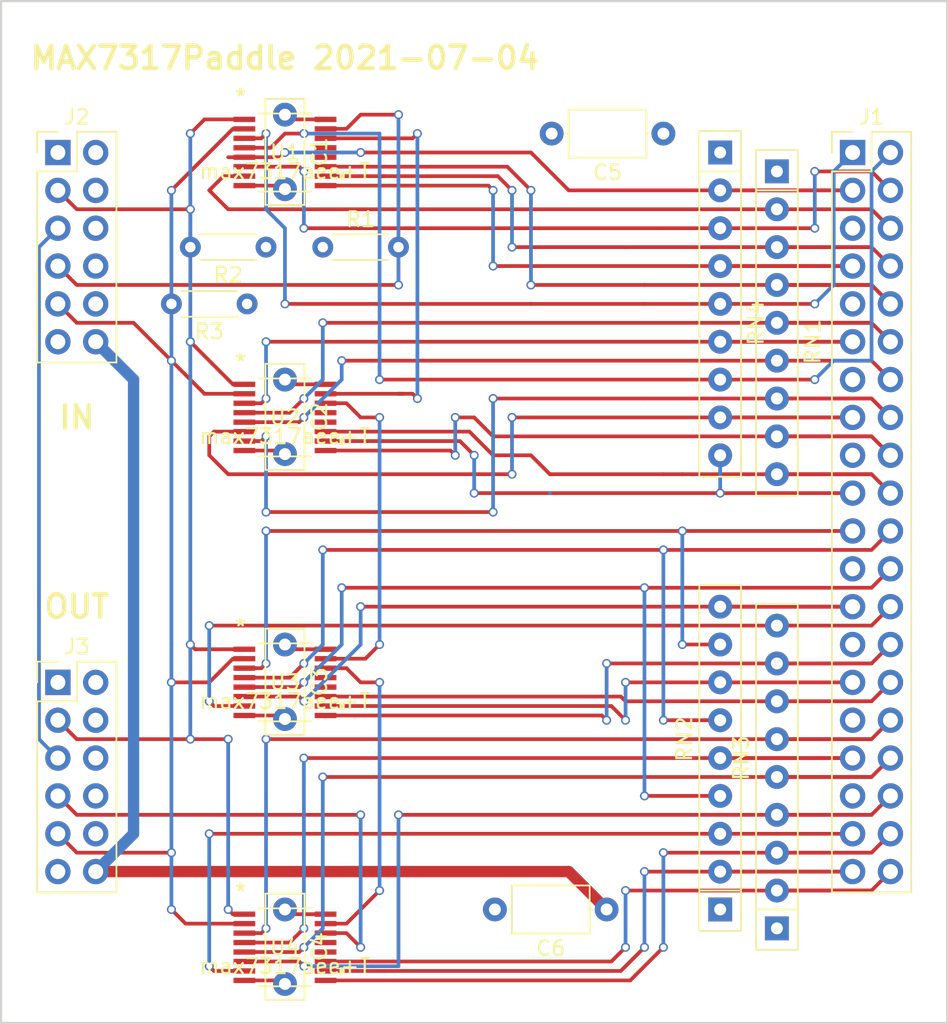
<source format=kicad_pcb>
(kicad_pcb (version 4) (host pcbnew 4.0.6)
  (layers (0 F.Cu signal) (1 In1.Cu power hide) (2 In2.Cu power hide) (31 B.Cu signal) (34 B.Paste user) (35 F.Paste user) (36 B.SilkS user) (37 F.SilkS user) (38 B.Mask user) (39 F.Mask user) (44 Edge.Cuts user))
  (net 0 "")
  (net 1 +3V3)
  (net 2 GND)
  (net 3 +5V)
  (net 4 "Net-(J1-Pad1)")
  (net 5 "Net-(J1-Pad2)")
  (net 6 "Net-(J1-Pad3)")
  (net 7 "Net-(J1-Pad4)")
  (net 8 "Net-(J1-Pad6)")
  (net 9 "Net-(J1-Pad7)")
  (net 10 "Net-(J1-Pad8)")
  (net 11 "Net-(J1-Pad10)")
  (net 12 "Net-(J1-Pad11)")
  (net 13 "Net-(J1-Pad12)")
  (net 14 "Net-(J1-Pad14)")
  (net 15 "Net-(J1-Pad15)")
  (net 16 "Net-(J1-Pad16)")
  (net 17 "Net-(J1-Pad18)")
  (net 18 "Net-(J1-Pad19)")
  (net 19 "Net-(J1-Pad20)")
  (net 20 "Net-(J1-Pad21)")
  (net 21 "Net-(J1-Pad22)")
  (net 22 "Net-(J1-Pad24)")
  (net 23 "Net-(J1-Pad25)")
  (net 24 "Net-(J1-Pad26)")
  (net 25 "Net-(J1-Pad28)")
  (net 26 "Net-(J1-Pad29)")
  (net 27 "Net-(J1-Pad30)")
  (net 28 "Net-(J1-Pad32)")
  (net 29 "Net-(J1-Pad33)")
  (net 30 "Net-(J1-Pad34)")
  (net 31 "Net-(J1-Pad36)")
  (net 32 "Net-(J1-Pad37)")
  (net 33 "Net-(J1-Pad38)")
  (net 34 "Net-(J1-Pad39)")
  (net 35 "Net-(J1-Pad40)")
  (net 36 "Net-(J2-Pad3)")
  (net 37 "Net-(J2-Pad5)")
  (net 38 "Net-(J2-Pad7)")
  (net 39 "Net-(J2-Pad9)")
  (net 40 "Net-(J2-Pad11)")
  (net 41 "Net-(J3-Pad7)")
  (net 42 "Net-(J3-Pad11)")
  (net 43 "Net-(U1-Pad12)")
  (net 44 "Net-(U1-Pad13)")
  (net 45 "Net-(U1-Pad14)")
  (net 46 "Net-(U2-Pad12)")
  (net 47 "Net-(U2-Pad13)")
  (net 48 "Net-(U2-Pad14)")
  (net 49 "Net-(U3-Pad12)")
  (net 50 "Net-(U3-Pad13)")
  (net 51 "Net-(U3-Pad14)")
  (net 52 "Net-(U4-Pad12)")
  (net 53 "Net-(U4-Pad13)")
  (module Capacitors_THT:C_Axial_L5.1mm_D3.1mm_P7.50mm_Horizontal (layer F.Cu) (at 240.03 39.37 180)
    (fp_text reference C5 (at 3.75 -2.61 180) (layer F.SilkS))
    (fp_text value C)
    (pad 1 thru_hole circle (at 0 0 180) (size 1.6 1.6) (drill 0.8) (layers *.Cu *.Mask) (net 3 +5V))
    (pad 2 thru_hole oval (at 7.5 0 180) (size 1.6 1.6) (drill 0.8) (layers *.Cu *.Mask) (net 2 GND))
  )
  (module Pin_Headers:Pin_Header_Straight_2x20_Pitch2.54mm (layer F.Cu) (at 252.73 40.64)
    (fp_text reference J1 (at 1.27 -2.39) (layer F.SilkS))
    (fp_text value CONN_02X20)
    (pad 1 thru_hole rect (at 0 0) (size 1.7 1.7) (drill 1) (layers *.Cu *.Mask) (net 4 "Net-(J1-Pad1)"))
    (pad 2 thru_hole oval (at 2.54 0) (size 1.7 1.7) (drill 1) (layers *.Cu *.Mask) (net 5 "Net-(J1-Pad2)"))
    (pad 3 thru_hole oval (at 0 2.54) (size 1.7 1.7) (drill 1) (layers *.Cu *.Mask) (net 6 "Net-(J1-Pad3)"))
    (pad 4 thru_hole oval (at 2.54 2.54) (size 1.7 1.7) (drill 1) (layers *.Cu *.Mask) (net 7 "Net-(J1-Pad4)"))
    (pad 5 thru_hole oval (at 0 5.08) (size 1.7 1.7) (drill 1) (layers *.Cu *.Mask) (net 2 GND))
    (pad 6 thru_hole oval (at 2.54 5.08) (size 1.7 1.7) (drill 1) (layers *.Cu *.Mask) (net 8 "Net-(J1-Pad6)"))
    (pad 7 thru_hole oval (at 0 7.62) (size 1.7 1.7) (drill 1) (layers *.Cu *.Mask) (net 9 "Net-(J1-Pad7)"))
    (pad 8 thru_hole oval (at 2.54 7.62) (size 1.7 1.7) (drill 1) (layers *.Cu *.Mask) (net 10 "Net-(J1-Pad8)"))
    (pad 9 thru_hole oval (at 0 10.16) (size 1.7 1.7) (drill 1) (layers *.Cu *.Mask) (net 2 GND))
    (pad 10 thru_hole oval (at 2.54 10.16) (size 1.7 1.7) (drill 1) (layers *.Cu *.Mask) (net 11 "Net-(J1-Pad10)"))
    (pad 11 thru_hole oval (at 0 12.7) (size 1.7 1.7) (drill 1) (layers *.Cu *.Mask) (net 12 "Net-(J1-Pad11)"))
    (pad 12 thru_hole oval (at 2.54 12.7) (size 1.7 1.7) (drill 1) (layers *.Cu *.Mask) (net 13 "Net-(J1-Pad12)"))
    (pad 13 thru_hole oval (at 0 15.24) (size 1.7 1.7) (drill 1) (layers *.Cu *.Mask) (net 2 GND))
    (pad 14 thru_hole oval (at 2.54 15.24) (size 1.7 1.7) (drill 1) (layers *.Cu *.Mask) (net 14 "Net-(J1-Pad14)"))
    (pad 15 thru_hole oval (at 0 17.78) (size 1.7 1.7) (drill 1) (layers *.Cu *.Mask) (net 15 "Net-(J1-Pad15)"))
    (pad 16 thru_hole oval (at 2.54 17.78) (size 1.7 1.7) (drill 1) (layers *.Cu *.Mask) (net 16 "Net-(J1-Pad16)"))
    (pad 17 thru_hole oval (at 0 20.32) (size 1.7 1.7) (drill 1) (layers *.Cu *.Mask) (net 2 GND))
    (pad 18 thru_hole oval (at 2.54 20.32) (size 1.7 1.7) (drill 1) (layers *.Cu *.Mask) (net 17 "Net-(J1-Pad18)"))
    (pad 19 thru_hole oval (at 0 22.86) (size 1.7 1.7) (drill 1) (layers *.Cu *.Mask) (net 18 "Net-(J1-Pad19)"))
    (pad 20 thru_hole oval (at 2.54 22.86) (size 1.7 1.7) (drill 1) (layers *.Cu *.Mask) (net 19 "Net-(J1-Pad20)"))
    (pad 21 thru_hole oval (at 0 25.4) (size 1.7 1.7) (drill 1) (layers *.Cu *.Mask) (net 20 "Net-(J1-Pad21)"))
    (pad 22 thru_hole oval (at 2.54 25.4) (size 1.7 1.7) (drill 1) (layers *.Cu *.Mask) (net 21 "Net-(J1-Pad22)"))
    (pad 23 thru_hole oval (at 0 27.94) (size 1.7 1.7) (drill 1) (layers *.Cu *.Mask) (net 2 GND))
    (pad 24 thru_hole oval (at 2.54 27.94) (size 1.7 1.7) (drill 1) (layers *.Cu *.Mask) (net 22 "Net-(J1-Pad24)"))
    (pad 25 thru_hole oval (at 0 30.48) (size 1.7 1.7) (drill 1) (layers *.Cu *.Mask) (net 23 "Net-(J1-Pad25)"))
    (pad 26 thru_hole oval (at 2.54 30.48) (size 1.7 1.7) (drill 1) (layers *.Cu *.Mask) (net 24 "Net-(J1-Pad26)"))
    (pad 27 thru_hole oval (at 0 33.02) (size 1.7 1.7) (drill 1) (layers *.Cu *.Mask) (net 2 GND))
    (pad 28 thru_hole oval (at 2.54 33.02) (size 1.7 1.7) (drill 1) (layers *.Cu *.Mask) (net 25 "Net-(J1-Pad28)"))
    (pad 29 thru_hole oval (at 0 35.56) (size 1.7 1.7) (drill 1) (layers *.Cu *.Mask) (net 26 "Net-(J1-Pad29)"))
    (pad 30 thru_hole oval (at 2.54 35.56) (size 1.7 1.7) (drill 1) (layers *.Cu *.Mask) (net 27 "Net-(J1-Pad30)"))
    (pad 31 thru_hole oval (at 0 38.1) (size 1.7 1.7) (drill 1) (layers *.Cu *.Mask) (net 2 GND))
    (pad 32 thru_hole oval (at 2.54 38.1) (size 1.7 1.7) (drill 1) (layers *.Cu *.Mask) (net 28 "Net-(J1-Pad32)"))
    (pad 33 thru_hole oval (at 0 40.64) (size 1.7 1.7) (drill 1) (layers *.Cu *.Mask) (net 29 "Net-(J1-Pad33)"))
    (pad 34 thru_hole oval (at 2.54 40.64) (size 1.7 1.7) (drill 1) (layers *.Cu *.Mask) (net 30 "Net-(J1-Pad34)"))
    (pad 35 thru_hole oval (at 0 43.18) (size 1.7 1.7) (drill 1) (layers *.Cu *.Mask) (net 2 GND))
    (pad 36 thru_hole oval (at 2.54 43.18) (size 1.7 1.7) (drill 1) (layers *.Cu *.Mask) (net 31 "Net-(J1-Pad36)"))
    (pad 37 thru_hole oval (at 0 45.72) (size 1.7 1.7) (drill 1) (layers *.Cu *.Mask) (net 32 "Net-(J1-Pad37)"))
    (pad 38 thru_hole oval (at 2.54 45.72) (size 1.7 1.7) (drill 1) (layers *.Cu *.Mask) (net 33 "Net-(J1-Pad38)"))
    (pad 39 thru_hole oval (at 0 48.26) (size 1.7 1.7) (drill 1) (layers *.Cu *.Mask) (net 34 "Net-(J1-Pad39)"))
    (pad 40 thru_hole oval (at 2.54 48.26) (size 1.7 1.7) (drill 1) (layers *.Cu *.Mask) (net 35 "Net-(J1-Pad40)"))
  )
  (module Pin_Headers:Pin_Header_Straight_2x06_Pitch2.54mm (layer F.Cu) (at 199.39 40.64)
    (fp_text reference J2 (at 1.27 -2.39) (layer F.SilkS))
    (fp_text value CONN_02X06)
    (pad 1 thru_hole rect (at 0 0) (size 1.7 1.7) (drill 1) (layers *.Cu *.Mask) (net 1 +3V3))
    (pad 2 thru_hole oval (at 2.54 0) (size 1.7 1.7) (drill 1) (layers *.Cu *.Mask) (net 2 GND))
    (pad 3 thru_hole oval (at 0 2.54) (size 1.7 1.7) (drill 1) (layers *.Cu *.Mask) (net 36 "Net-(J2-Pad3)"))
    (pad 4 thru_hole oval (at 2.54 2.54) (size 1.7 1.7) (drill 1) (layers *.Cu *.Mask) (net 2 GND))
    (pad 5 thru_hole oval (at 0 5.08) (size 1.7 1.7) (drill 1) (layers *.Cu *.Mask) (net 37 "Net-(J2-Pad5)"))
    (pad 6 thru_hole oval (at 2.54 5.08) (size 1.7 1.7) (drill 1) (layers *.Cu *.Mask) (net 2 GND))
    (pad 7 thru_hole oval (at 0 7.62) (size 1.7 1.7) (drill 1) (layers *.Cu *.Mask) (net 38 "Net-(J2-Pad7)"))
    (pad 8 thru_hole oval (at 2.54 7.62) (size 1.7 1.7) (drill 1) (layers *.Cu *.Mask) (net 2 GND))
    (pad 9 thru_hole oval (at 0 10.16) (size 1.7 1.7) (drill 1) (layers *.Cu *.Mask) (net 39 "Net-(J2-Pad9)"))
    (pad 10 thru_hole oval (at 2.54 10.16) (size 1.7 1.7) (drill 1) (layers *.Cu *.Mask) (net 2 GND))
    (pad 11 thru_hole oval (at 0 12.7) (size 1.7 1.7) (drill 1) (layers *.Cu *.Mask) (net 40 "Net-(J2-Pad11)"))
    (pad 12 thru_hole oval (at 2.54 12.7) (size 1.7 1.7) (drill 1) (layers *.Cu *.Mask) (net 3 +5V))
  )
  (module Pin_Headers:Pin_Header_Straight_2x06_Pitch2.54mm (layer F.Cu) (at 199.39 76.2)
    (fp_text reference J3 (at 1.27 -2.39) (layer F.SilkS))
    (fp_text value CONN_02X06)
    (pad 1 thru_hole rect (at 0 0) (size 1.7 1.7) (drill 1) (layers *.Cu *.Mask) (net 1 +3V3))
    (pad 2 thru_hole oval (at 2.54 0) (size 1.7 1.7) (drill 1) (layers *.Cu *.Mask) (net 2 GND))
    (pad 3 thru_hole oval (at 0 2.54) (size 1.7 1.7) (drill 1) (layers *.Cu *.Mask) (net 36 "Net-(J2-Pad3)"))
    (pad 4 thru_hole oval (at 2.54 2.54) (size 1.7 1.7) (drill 1) (layers *.Cu *.Mask) (net 2 GND))
    (pad 5 thru_hole oval (at 0 5.08) (size 1.7 1.7) (drill 1) (layers *.Cu *.Mask) (net 37 "Net-(J2-Pad5)"))
    (pad 6 thru_hole oval (at 2.54 5.08) (size 1.7 1.7) (drill 1) (layers *.Cu *.Mask) (net 2 GND))
    (pad 7 thru_hole oval (at 0 7.62) (size 1.7 1.7) (drill 1) (layers *.Cu *.Mask) (net 41 "Net-(J3-Pad7)"))
    (pad 8 thru_hole oval (at 2.54 7.62) (size 1.7 1.7) (drill 1) (layers *.Cu *.Mask) (net 2 GND))
    (pad 9 thru_hole oval (at 0 10.16) (size 1.7 1.7) (drill 1) (layers *.Cu *.Mask) (net 39 "Net-(J2-Pad9)"))
    (pad 10 thru_hole oval (at 2.54 10.16) (size 1.7 1.7) (drill 1) (layers *.Cu *.Mask) (net 2 GND))
    (pad 11 thru_hole oval (at 0 12.7) (size 1.7 1.7) (drill 1) (layers *.Cu *.Mask) (net 42 "Net-(J3-Pad11)"))
    (pad 12 thru_hole oval (at 2.54 12.7) (size 1.7 1.7) (drill 1) (layers *.Cu *.Mask) (net 3 +5V))
  )
  (module Resistors_THT:R_Array_SIP9 (layer F.Cu) (at 247.65 41.91 270)
    (fp_text reference RN1 (at 11.43 -2.4 270) (layer F.SilkS))
    (fp_text value R_Network08)
    (pad 1 thru_hole rect (at 0 0 270) (size 1.6 1.6) (drill 0.8) (layers *.Cu *.Mask) (net 3 +5V))
    (pad 2 thru_hole oval (at 2.54 0 270) (size 1.6 1.6) (drill 0.8) (layers *.Cu *.Mask) (net 8 "Net-(J1-Pad6)"))
    (pad 3 thru_hole oval (at 5.08 0 270) (size 1.6 1.6) (drill 0.8) (layers *.Cu *.Mask) (net 10 "Net-(J1-Pad8)"))
    (pad 4 thru_hole oval (at 7.62 0 270) (size 1.6 1.6) (drill 0.8) (layers *.Cu *.Mask) (net 11 "Net-(J1-Pad10)"))
    (pad 5 thru_hole oval (at 10.16 0 270) (size 1.6 1.6) (drill 0.8) (layers *.Cu *.Mask) (net 13 "Net-(J1-Pad12)"))
    (pad 6 thru_hole oval (at 12.7 0 270) (size 1.6 1.6) (drill 0.8) (layers *.Cu *.Mask) (net 14 "Net-(J1-Pad14)"))
    (pad 7 thru_hole oval (at 15.24 0 270) (size 1.6 1.6) (drill 0.8) (layers *.Cu *.Mask) (net 16 "Net-(J1-Pad16)"))
    (pad 8 thru_hole oval (at 17.78 0 270) (size 1.6 1.6) (drill 0.8) (layers *.Cu *.Mask) (net 17 "Net-(J1-Pad18)"))
    (pad 9 thru_hole oval (at 20.32 0 270) (size 1.6 1.6) (drill 0.8) (layers *.Cu *.Mask) (net 19 "Net-(J1-Pad20)"))
  )
  (module Resistors_THT:R_Array_SIP9 (layer F.Cu) (at 243.84 91.44 90)
    (fp_text reference RN2 (at 11.43 -2.4 90) (layer F.SilkS))
    (fp_text value R_Network08)
    (pad 1 thru_hole rect (at 0 0 90) (size 1.6 1.6) (drill 0.8) (layers *.Cu *.Mask) (net 3 +5V))
    (pad 2 thru_hole oval (at 2.54 0 90) (size 1.6 1.6) (drill 0.8) (layers *.Cu *.Mask) (net 34 "Net-(J1-Pad39)"))
    (pad 3 thru_hole oval (at 5.08 0 90) (size 1.6 1.6) (drill 0.8) (layers *.Cu *.Mask) (net 32 "Net-(J1-Pad37)"))
    (pad 4 thru_hole oval (at 7.62 0 90) (size 1.6 1.6) (drill 0.8) (layers *.Cu *.Mask) (net 22 "Net-(J1-Pad24)"))
    (pad 5 thru_hole oval (at 10.16 0 90) (size 1.6 1.6) (drill 0.8) (layers *.Cu *.Mask) (net 29 "Net-(J1-Pad33)"))
    (pad 6 thru_hole oval (at 12.7 0 90) (size 1.6 1.6) (drill 0.8) (layers *.Cu *.Mask) (net 21 "Net-(J1-Pad22)"))
    (pad 7 thru_hole oval (at 15.24 0 90) (size 1.6 1.6) (drill 0.8) (layers *.Cu *.Mask) (net 26 "Net-(J1-Pad29)"))
    (pad 8 thru_hole oval (at 17.78 0 90) (size 1.6 1.6) (drill 0.8) (layers *.Cu *.Mask) (net 20 "Net-(J1-Pad21)"))
    (pad 9 thru_hole oval (at 20.32 0 90) (size 1.6 1.6) (drill 0.8) (layers *.Cu *.Mask) (net 23 "Net-(J1-Pad25)"))
  )
  (module Resistors_THT:R_Array_SIP9 (layer F.Cu) (at 247.65 92.71 90)
    (fp_text reference RN3 (at 11.43 -2.4 90) (layer F.SilkS))
    (fp_text value R_Network08)
    (pad 1 thru_hole rect (at 0 0 90) (size 1.6 1.6) (drill 0.8) (layers *.Cu *.Mask) (net 3 +5V))
    (pad 2 thru_hole oval (at 2.54 0 90) (size 1.6 1.6) (drill 0.8) (layers *.Cu *.Mask) (net 35 "Net-(J1-Pad40)"))
    (pad 3 thru_hole oval (at 5.08 0 90) (size 1.6 1.6) (drill 0.8) (layers *.Cu *.Mask) (net 33 "Net-(J1-Pad38)"))
    (pad 4 thru_hole oval (at 7.62 0 90) (size 1.6 1.6) (drill 0.8) (layers *.Cu *.Mask) (net 31 "Net-(J1-Pad36)"))
    (pad 5 thru_hole oval (at 10.16 0 90) (size 1.6 1.6) (drill 0.8) (layers *.Cu *.Mask) (net 30 "Net-(J1-Pad34)"))
    (pad 6 thru_hole oval (at 12.7 0 90) (size 1.6 1.6) (drill 0.8) (layers *.Cu *.Mask) (net 28 "Net-(J1-Pad32)"))
    (pad 7 thru_hole oval (at 15.24 0 90) (size 1.6 1.6) (drill 0.8) (layers *.Cu *.Mask) (net 27 "Net-(J1-Pad30)"))
    (pad 8 thru_hole oval (at 17.78 0 90) (size 1.6 1.6) (drill 0.8) (layers *.Cu *.Mask) (net 25 "Net-(J1-Pad28)"))
    (pad 9 thru_hole oval (at 20.32 0 90) (size 1.6 1.6) (drill 0.8) (layers *.Cu *.Mask) (net 24 "Net-(J1-Pad26)"))
  )
  (module Resistors_THT:R_Array_SIP9 (layer F.Cu) (at 243.84 40.64 270)
    (fp_text reference RN4 (at 11.43 -2.4 270) (layer F.SilkS))
    (fp_text value R_Network08)
    (pad 1 thru_hole rect (at 0 0 270) (size 1.6 1.6) (drill 0.8) (layers *.Cu *.Mask) (net 3 +5V))
    (pad 2 thru_hole oval (at 2.54 0 270) (size 1.6 1.6) (drill 0.8) (layers *.Cu *.Mask) (net 6 "Net-(J1-Pad3)"))
    (pad 3 thru_hole oval (at 5.08 0 270) (size 1.6 1.6) (drill 0.8) (layers *.Cu *.Mask) (net 7 "Net-(J1-Pad4)"))
    (pad 4 thru_hole oval (at 7.62 0 270) (size 1.6 1.6) (drill 0.8) (layers *.Cu *.Mask) (net 9 "Net-(J1-Pad7)"))
    (pad 5 thru_hole oval (at 10.16 0 270) (size 1.6 1.6) (drill 0.8) (layers *.Cu *.Mask) (net 4 "Net-(J1-Pad1)"))
    (pad 6 thru_hole oval (at 12.7 0 270) (size 1.6 1.6) (drill 0.8) (layers *.Cu *.Mask) (net 12 "Net-(J1-Pad11)"))
    (pad 7 thru_hole oval (at 15.24 0 270) (size 1.6 1.6) (drill 0.8) (layers *.Cu *.Mask) (net 5 "Net-(J1-Pad2)"))
    (pad 8 thru_hole oval (at 17.78 0 270) (size 1.6 1.6) (drill 0.8) (layers *.Cu *.Mask) (net 15 "Net-(J1-Pad15)"))
    (pad 9 thru_hole oval (at 20.32 0 270) (size 1.6 1.6) (drill 0.8) (layers *.Cu *.Mask) (net 18 "Net-(J1-Pad19)"))
  )
  (module footprints:max7317aee&plus_T (layer F.Cu) (at 214.63 40.64)
    (fp_text reference U1 (at 0 0) (layer F.SilkS))
    (fp_text value max7317aee+T (at 0 1.27) (layer F.SilkS))
    (fp_text user * (at -2.97815 -3.7211) (layer F.SilkS))
    (fp_text user * (at -2.97815 -3.7211) (layer F.SilkS))
    (pad 1 smd rect (at -2.72415 -2.2225) (size 1.4605 0.3556) (layers F.Cu F.Paste F.Mask) (net 36 "Net-(J2-Pad3)"))
    (pad 2 smd rect (at -2.72415 -1.5875) (size 1.4605 0.3556) (layers F.Cu F.Paste F.Mask) (net 39 "Net-(J2-Pad9)"))
    (pad 3 smd rect (at -2.72415 -0.9525) (size 1.4605 0.3556) (layers F.Cu F.Paste F.Mask) (net 4 "Net-(J1-Pad1)"))
    (pad 4 smd rect (at -2.72415 -0.3175) (size 1.4605 0.3556) (layers F.Cu F.Paste F.Mask) (net 5 "Net-(J1-Pad2)"))
    (pad 5 smd rect (at -2.72415 0.3175) (size 1.4605 0.3556) (layers F.Cu F.Paste F.Mask) (net 6 "Net-(J1-Pad3)"))
    (pad 6 smd rect (at -2.72415 0.9525) (size 1.4605 0.3556) (layers F.Cu F.Paste F.Mask) (net 7 "Net-(J1-Pad4)"))
    (pad 7 smd rect (at -2.72415 1.5875) (size 1.4605 0.3556) (layers F.Cu F.Paste F.Mask) (net 8 "Net-(J1-Pad6)"))
    (pad 8 smd rect (at -2.72415 2.2225) (size 1.4605 0.3556) (layers F.Cu F.Paste F.Mask) (net 2 GND))
    (pad 9 smd rect (at 2.72415 2.2225) (size 1.4605 0.3556) (layers F.Cu F.Paste F.Mask) (net 9 "Net-(J1-Pad7)"))
    (pad 10 smd rect (at 2.72415 1.5875) (size 1.4605 0.3556) (layers F.Cu F.Paste F.Mask) (net 10 "Net-(J1-Pad8)"))
    (pad 11 smd rect (at 2.72415 0.9525) (size 1.4605 0.3556) (layers F.Cu F.Paste F.Mask) (net 11 "Net-(J1-Pad10)"))
    (pad 12 smd rect (at 2.72415 0.3175) (size 1.4605 0.3556) (layers F.Cu F.Paste F.Mask) (net 43 "Net-(U1-Pad12)"))
    (pad 13 smd rect (at 2.72415 -0.3175) (size 1.4605 0.3556) (layers F.Cu F.Paste F.Mask) (net 44 "Net-(U1-Pad13)"))
    (pad 14 smd rect (at 2.72415 -0.9525) (size 1.4605 0.3556) (layers F.Cu F.Paste F.Mask) (net 45 "Net-(U1-Pad14)"))
    (pad 15 smd rect (at 2.72415 -1.5875) (size 1.4605 0.3556) (layers F.Cu F.Paste F.Mask) (net 38 "Net-(J2-Pad7)"))
    (pad 16 smd rect (at 2.72415 -2.2225) (size 1.4605 0.3556) (layers F.Cu F.Paste F.Mask) (net 1 +3V3))
  )
  (module footprints:max7317aee&plus_T (layer F.Cu) (at 214.63 58.42)
    (fp_text reference U2 (at 0 0) (layer F.SilkS))
    (fp_text value max7317aee+T (at 0 1.27) (layer F.SilkS))
    (fp_text user * (at -2.97815 -3.7211) (layer F.SilkS))
    (fp_text user * (at -2.97815 -3.7211) (layer F.SilkS))
    (pad 1 smd rect (at -2.72415 -2.2225) (size 1.4605 0.3556) (layers F.Cu F.Paste F.Mask) (net 36 "Net-(J2-Pad3)"))
    (pad 2 smd rect (at -2.72415 -1.5875) (size 1.4605 0.3556) (layers F.Cu F.Paste F.Mask) (net 39 "Net-(J2-Pad9)"))
    (pad 3 smd rect (at -2.72415 -0.9525) (size 1.4605 0.3556) (layers F.Cu F.Paste F.Mask) (net 12 "Net-(J1-Pad11)"))
    (pad 4 smd rect (at -2.72415 -0.3175) (size 1.4605 0.3556) (layers F.Cu F.Paste F.Mask) (net 13 "Net-(J1-Pad12)"))
    (pad 5 smd rect (at -2.72415 0.3175) (size 1.4605 0.3556) (layers F.Cu F.Paste F.Mask) (net 14 "Net-(J1-Pad14)"))
    (pad 6 smd rect (at -2.72415 0.9525) (size 1.4605 0.3556) (layers F.Cu F.Paste F.Mask) (net 15 "Net-(J1-Pad15)"))
    (pad 7 smd rect (at -2.72415 1.5875) (size 1.4605 0.3556) (layers F.Cu F.Paste F.Mask) (net 16 "Net-(J1-Pad16)"))
    (pad 8 smd rect (at -2.72415 2.2225) (size 1.4605 0.3556) (layers F.Cu F.Paste F.Mask) (net 2 GND))
    (pad 9 smd rect (at 2.72415 2.2225) (size 1.4605 0.3556) (layers F.Cu F.Paste F.Mask) (net 17 "Net-(J1-Pad18)"))
    (pad 10 smd rect (at 2.72415 1.5875) (size 1.4605 0.3556) (layers F.Cu F.Paste F.Mask) (net 18 "Net-(J1-Pad19)"))
    (pad 11 smd rect (at 2.72415 0.9525) (size 1.4605 0.3556) (layers F.Cu F.Paste F.Mask) (net 19 "Net-(J1-Pad20)"))
    (pad 12 smd rect (at 2.72415 0.3175) (size 1.4605 0.3556) (layers F.Cu F.Paste F.Mask) (net 46 "Net-(U2-Pad12)"))
    (pad 13 smd rect (at 2.72415 -0.3175) (size 1.4605 0.3556) (layers F.Cu F.Paste F.Mask) (net 47 "Net-(U2-Pad13)"))
    (pad 14 smd rect (at 2.72415 -0.9525) (size 1.4605 0.3556) (layers F.Cu F.Paste F.Mask) (net 48 "Net-(U2-Pad14)"))
    (pad 15 smd rect (at 2.72415 -1.5875) (size 1.4605 0.3556) (layers F.Cu F.Paste F.Mask) (net 45 "Net-(U1-Pad14)"))
    (pad 16 smd rect (at 2.72415 -2.2225) (size 1.4605 0.3556) (layers F.Cu F.Paste F.Mask) (net 1 +3V3))
  )
  (module footprints:max7317aee&plus_T (layer F.Cu) (at 214.63 76.2)
    (fp_text reference U3 (at 0 0) (layer F.SilkS))
    (fp_text value max7317aee+T (at 0 1.27) (layer F.SilkS))
    (fp_text user * (at -2.97815 -3.7211) (layer F.SilkS))
    (fp_text user * (at -2.97815 -3.7211) (layer F.SilkS))
    (pad 1 smd rect (at -2.72415 -2.2225) (size 1.4605 0.3556) (layers F.Cu F.Paste F.Mask) (net 36 "Net-(J2-Pad3)"))
    (pad 2 smd rect (at -2.72415 -1.5875) (size 1.4605 0.3556) (layers F.Cu F.Paste F.Mask) (net 39 "Net-(J2-Pad9)"))
    (pad 3 smd rect (at -2.72415 -0.9525) (size 1.4605 0.3556) (layers F.Cu F.Paste F.Mask) (net 20 "Net-(J1-Pad21)"))
    (pad 4 smd rect (at -2.72415 -0.3175) (size 1.4605 0.3556) (layers F.Cu F.Paste F.Mask) (net 21 "Net-(J1-Pad22)"))
    (pad 5 smd rect (at -2.72415 0.3175) (size 1.4605 0.3556) (layers F.Cu F.Paste F.Mask) (net 22 "Net-(J1-Pad24)"))
    (pad 6 smd rect (at -2.72415 0.9525) (size 1.4605 0.3556) (layers F.Cu F.Paste F.Mask) (net 23 "Net-(J1-Pad25)"))
    (pad 7 smd rect (at -2.72415 1.5875) (size 1.4605 0.3556) (layers F.Cu F.Paste F.Mask) (net 24 "Net-(J1-Pad26)"))
    (pad 8 smd rect (at -2.72415 2.2225) (size 1.4605 0.3556) (layers F.Cu F.Paste F.Mask) (net 2 GND))
    (pad 9 smd rect (at 2.72415 2.2225) (size 1.4605 0.3556) (layers F.Cu F.Paste F.Mask) (net 25 "Net-(J1-Pad28)"))
    (pad 10 smd rect (at 2.72415 1.5875) (size 1.4605 0.3556) (layers F.Cu F.Paste F.Mask) (net 26 "Net-(J1-Pad29)"))
    (pad 11 smd rect (at 2.72415 0.9525) (size 1.4605 0.3556) (layers F.Cu F.Paste F.Mask) (net 27 "Net-(J1-Pad30)"))
    (pad 12 smd rect (at 2.72415 0.3175) (size 1.4605 0.3556) (layers F.Cu F.Paste F.Mask) (net 49 "Net-(U3-Pad12)"))
    (pad 13 smd rect (at 2.72415 -0.3175) (size 1.4605 0.3556) (layers F.Cu F.Paste F.Mask) (net 50 "Net-(U3-Pad13)"))
    (pad 14 smd rect (at 2.72415 -0.9525) (size 1.4605 0.3556) (layers F.Cu F.Paste F.Mask) (net 51 "Net-(U3-Pad14)"))
    (pad 15 smd rect (at 2.72415 -1.5875) (size 1.4605 0.3556) (layers F.Cu F.Paste F.Mask) (net 48 "Net-(U2-Pad14)"))
    (pad 16 smd rect (at 2.72415 -2.2225) (size 1.4605 0.3556) (layers F.Cu F.Paste F.Mask) (net 1 +3V3))
  )
  (module footprints:max7317aee&plus_T (layer F.Cu) (at 214.63 93.98)
    (fp_text reference U4 (at 0 0) (layer F.SilkS))
    (fp_text value max7317aee+T (at 0 1.27) (layer F.SilkS))
    (fp_text user * (at -2.97815 -3.7211) (layer F.SilkS))
    (fp_text user * (at -2.97815 -3.7211) (layer F.SilkS))
    (pad 1 smd rect (at -2.72415 -2.2225) (size 1.4605 0.3556) (layers F.Cu F.Paste F.Mask) (net 36 "Net-(J2-Pad3)"))
    (pad 2 smd rect (at -2.72415 -1.5875) (size 1.4605 0.3556) (layers F.Cu F.Paste F.Mask) (net 39 "Net-(J2-Pad9)"))
    (pad 3 smd rect (at -2.72415 -0.9525) (size 1.4605 0.3556) (layers F.Cu F.Paste F.Mask) (net 28 "Net-(J1-Pad32)"))
    (pad 4 smd rect (at -2.72415 -0.3175) (size 1.4605 0.3556) (layers F.Cu F.Paste F.Mask) (net 29 "Net-(J1-Pad33)"))
    (pad 5 smd rect (at -2.72415 0.3175) (size 1.4605 0.3556) (layers F.Cu F.Paste F.Mask) (net 30 "Net-(J1-Pad34)"))
    (pad 6 smd rect (at -2.72415 0.9525) (size 1.4605 0.3556) (layers F.Cu F.Paste F.Mask) (net 31 "Net-(J1-Pad36)"))
    (pad 7 smd rect (at -2.72415 1.5875) (size 1.4605 0.3556) (layers F.Cu F.Paste F.Mask) (net 32 "Net-(J1-Pad37)"))
    (pad 8 smd rect (at -2.72415 2.2225) (size 1.4605 0.3556) (layers F.Cu F.Paste F.Mask) (net 2 GND))
    (pad 9 smd rect (at 2.72415 2.2225) (size 1.4605 0.3556) (layers F.Cu F.Paste F.Mask) (net 33 "Net-(J1-Pad38)"))
    (pad 10 smd rect (at 2.72415 1.5875) (size 1.4605 0.3556) (layers F.Cu F.Paste F.Mask) (net 34 "Net-(J1-Pad39)"))
    (pad 11 smd rect (at 2.72415 0.9525) (size 1.4605 0.3556) (layers F.Cu F.Paste F.Mask) (net 35 "Net-(J1-Pad40)"))
    (pad 12 smd rect (at 2.72415 0.3175) (size 1.4605 0.3556) (layers F.Cu F.Paste F.Mask) (net 52 "Net-(U4-Pad12)"))
    (pad 13 smd rect (at 2.72415 -0.3175) (size 1.4605 0.3556) (layers F.Cu F.Paste F.Mask) (net 53 "Net-(U4-Pad13)"))
    (pad 14 smd rect (at 2.72415 -0.9525) (size 1.4605 0.3556) (layers F.Cu F.Paste F.Mask) (net 41 "Net-(J3-Pad7)"))
    (pad 15 smd rect (at 2.72415 -1.5875) (size 1.4605 0.3556) (layers F.Cu F.Paste F.Mask) (net 51 "Net-(U3-Pad14)"))
    (pad 16 smd rect (at 2.72415 -2.2225) (size 1.4605 0.3556) (layers F.Cu F.Paste F.Mask) (net 1 +3V3))
  )
  (module Capacitors_THT:C_Rect_L7.0mm_W2.5mm_P5.00mm (layer F.Cu) (at 214.63 55.88 270)
    (fp_text reference C2 (at 2.5 -2.31 270) (layer F.SilkS))
    (fp_text value C)
    (pad 1 thru_hole circle (at 0 0 270) (size 1.6 1.6) (drill 0.8) (layers *.Cu *.Mask) (net 1 +3V3))
    (pad 2 thru_hole circle (at 5 0 270) (size 1.6 1.6) (drill 0.8) (layers *.Cu *.Mask) (net 2 GND))
  )
  (module Capacitors_THT:C_Rect_L7.0mm_W2.5mm_P5.00mm (layer F.Cu) (at 214.63 73.66 270)
    (fp_text reference C3 (at 2.5 -2.31 270) (layer F.SilkS))
    (fp_text value C)
    (pad 1 thru_hole circle (at 0 0 270) (size 1.6 1.6) (drill 0.8) (layers *.Cu *.Mask) (net 1 +3V3))
    (pad 2 thru_hole circle (at 5 0 270) (size 1.6 1.6) (drill 0.8) (layers *.Cu *.Mask) (net 2 GND))
  )
  (module Capacitors_THT:C_Rect_L7.0mm_W2.5mm_P5.00mm (layer F.Cu) (at 214.63 38.1 270)
    (fp_text reference C1 (at 2.5 -2.31 270) (layer F.SilkS))
    (fp_text value C)
    (pad 1 thru_hole circle (at 0 0 270) (size 1.6 1.6) (drill 0.8) (layers *.Cu *.Mask) (net 1 +3V3))
    (pad 2 thru_hole circle (at 5 0 270) (size 1.6 1.6) (drill 0.8) (layers *.Cu *.Mask) (net 2 GND))
  )
  (module Capacitors_THT:C_Rect_L7.0mm_W2.5mm_P5.00mm (layer F.Cu) (at 214.63 91.44 270)
    (fp_text reference C4 (at 2.5 -2.31 270) (layer F.SilkS))
    (fp_text value C)
    (pad 1 thru_hole circle (at 0 0 270) (size 1.6 1.6) (drill 0.8) (layers *.Cu *.Mask) (net 1 +3V3))
    (pad 2 thru_hole circle (at 5 0 270) (size 1.6 1.6) (drill 0.8) (layers *.Cu *.Mask) (net 2 GND))
  )
  (module Capacitors_THT:C_Axial_L5.1mm_D3.1mm_P7.50mm_Horizontal (layer F.Cu) (at 236.22 91.44 180)
    (fp_text reference C6 (at 3.75 -2.61 180) (layer F.SilkS))
    (fp_text value C)
    (pad 1 thru_hole circle (at 0 0 180) (size 1.6 1.6) (drill 0.8) (layers *.Cu *.Mask) (net 3 +5V))
    (pad 2 thru_hole oval (at 7.5 0 180) (size 1.6 1.6) (drill 0.8) (layers *.Cu *.Mask) (net 2 GND))
  )
  (module Resistors_THT:R_Axial_DIN0204_L3.6mm_D1.6mm_P5.08mm_Horizontal (layer F.Cu) (at 217.17 46.99)
    (fp_text reference R1 (at 2.54 -1.86) (layer F.SilkS))
    (fp_text value 4.7K)
    (pad 1 thru_hole circle (at 0 0) (size 1.4 1.4) (drill 0.7) (layers *.Cu *.Mask) (net 1 +3V3))
    (pad 2 thru_hole oval (at 5.08 0) (size 1.4 1.4) (drill 0.7) (layers *.Cu *.Mask) (net 38 "Net-(J2-Pad7)"))
  )
  (module Resistors_THT:R_Axial_DIN0204_L3.6mm_D1.6mm_P5.08mm_Horizontal (layer F.Cu) (at 213.36 46.99 180)
    (fp_text reference R2 (at 2.54 -1.86 180) (layer F.SilkS))
    (fp_text value 4.7K)
    (pad 1 thru_hole circle (at 0 0 180) (size 1.4 1.4) (drill 0.7) (layers *.Cu *.Mask) (net 1 +3V3))
    (pad 2 thru_hole oval (at 5.08 0 180) (size 1.4 1.4) (drill 0.7) (layers *.Cu *.Mask) (net 36 "Net-(J2-Pad3)"))
  )
  (module Resistors_THT:R_Axial_DIN0204_L3.6mm_D1.6mm_P5.08mm_Horizontal (layer F.Cu) (at 212.09 50.8 180)
    (fp_text reference R3 (at 2.54 -1.86 180) (layer F.SilkS))
    (fp_text value 4.7K)
    (pad 1 thru_hole circle (at 0 0 180) (size 1.4 1.4) (drill 0.7) (layers *.Cu *.Mask) (net 1 +3V3))
    (pad 2 thru_hole oval (at 5.08 0 180) (size 1.4 1.4) (drill 0.7) (layers *.Cu *.Mask) (net 39 "Net-(J2-Pad9)"))
  )
  (gr_text OUT (at 200.66 71.12) (layer F.SilkS) (effects (font (size 1.5 1.5) (thickness 0.3))))
  (gr_text IN (at 200.66 58.42) (layer F.SilkS) (effects (font (size 1.5 1.5) (thickness 0.3))))
  (gr_text "MAX7317Paddle 2021-07-04" (at 214.63 34.29) (layer F.SilkS) (effects (font (size 1.5 1.5) (thickness 0.3))))
  (gr_line (start 195.58 99.06) (end 195.58 30.48) (angle 90) (layer Edge.Cuts) (width 0.15))
  (gr_line (start 259.08 99.06) (end 195.58 99.06) (angle 90) (layer Edge.Cuts) (width 0.15))
  (gr_line (start 259.08 30.48) (end 259.08 99.06) (angle 90) (layer Edge.Cuts) (width 0.15))
  (gr_line (start 195.58 30.48) (end 259.08 30.48) (angle 90) (layer Edge.Cuts) (width 0.15))
  (segment (start 232.41 63.5) (end 232.41 63.5) (width 0.25) (layer B.Cu) (net 0))
  (segment (start 217.35415 91.7575) (end 214.9475 91.7575) (width 0.25) (layer F.Cu) (net 1))
  (segment (start 214.9475 91.7575) (end 214.63 91.44) (width 0.25) (layer F.Cu) (net 1))
  (segment (start 217.35415 73.9775) (end 214.9475 73.9775) (width 0.25) (layer F.Cu) (net 1))
  (segment (start 214.9475 73.9775) (end 214.63 73.66) (width 0.25) (layer F.Cu) (net 1))
  (segment (start 217.35415 56.1975) (end 214.9475 56.1975) (width 0.25) (layer F.Cu) (net 1))
  (segment (start 214.9475 56.1975) (end 214.63 55.88) (width 0.25) (layer F.Cu) (net 1))
  (segment (start 217.35415 38.4175) (end 214.9475 38.4175) (width 0.25) (layer F.Cu) (net 1))
  (segment (start 214.9475 38.4175) (end 214.63 38.1) (width 0.25) (layer F.Cu) (net 1))
  (segment (start 211.90585 96.2025) (end 214.3925 96.2025) (width 0.25) (layer F.Cu) (net 2))
  (segment (start 214.3925 96.2025) (end 214.63 96.44) (width 0.25) (layer F.Cu) (net 2))
  (segment (start 211.90585 78.4225) (end 214.3925 78.4225) (width 0.25) (layer F.Cu) (net 2))
  (segment (start 214.3925 78.4225) (end 214.63 78.66) (width 0.25) (layer F.Cu) (net 2))
  (segment (start 211.90585 60.6425) (end 214.3925 60.6425) (width 0.25) (layer F.Cu) (net 2))
  (segment (start 214.3925 60.6425) (end 214.63 60.88) (width 0.25) (layer F.Cu) (net 2))
  (segment (start 211.90585 42.8625) (end 214.3925 42.8625) (width 0.25) (layer F.Cu) (net 2))
  (segment (start 214.3925 42.8625) (end 214.63 43.1) (width 0.25) (layer F.Cu) (net 2))
  (segment (start 201.93 88.9) (end 233.68 88.9) (width 0.762) (layer F.Cu) (net 3))
  (segment (start 233.68 88.9) (end 236.22 91.44) (width 0.762) (layer F.Cu) (net 3))
  (segment (start 201.93 53.34) (end 204.47 55.88) (width 0.762) (layer B.Cu) (net 3))
  (segment (start 204.47 86.36) (end 201.93 88.9) (width 0.762) (layer B.Cu) (net 3))
  (segment (start 204.47 55.88) (end 204.47 86.36) (width 0.762) (layer B.Cu) (net 3))
  (segment (start 211.90585 39.6875) (end 213.0425 39.6875) (width 0.25) (layer F.Cu) (net 4))
  (segment (start 238.76 50.8) (end 243.84 50.8) (width 0.25) (layer F.Cu) (net 4))
  (segment (start 238.76 50.8) (end 231.14 50.8) (width 0.25) (layer F.Cu) (net 4))
  (segment (start 214.63 50.8) (end 231.14 50.8) (width 0.25) (layer F.Cu) (net 4))
  (via (at 214.63 50.8) (size 0.6) (drill 0.4) (layers F.Cu B.Cu) (net 4))
  (segment (start 214.63 45.72) (end 214.63 50.8) (width 0.25) (layer B.Cu) (net 4))
  (segment (start 213.36 44.45) (end 214.63 45.72) (width 0.25) (layer B.Cu) (net 4))
  (segment (start 213.36 39.37) (end 213.36 44.45) (width 0.25) (layer B.Cu) (net 4))
  (via (at 213.36 39.37) (size 0.6) (drill 0.4) (layers F.Cu B.Cu) (net 4))
  (segment (start 213.0425 39.6875) (end 213.36 39.37) (width 0.25) (layer F.Cu) (net 4))
  (segment (start 252.73 40.64) (end 251.46 41.91) (width 0.25) (layer B.Cu) (net 4))
  (segment (start 250.19 50.8) (end 243.84 50.8) (width 0.25) (layer F.Cu) (net 4))
  (via (at 250.19 50.8) (size 0.6) (drill 0.4) (layers F.Cu B.Cu) (net 4))
  (segment (start 251.46 49.53) (end 250.19 50.8) (width 0.25) (layer B.Cu) (net 4))
  (segment (start 251.46 41.91) (end 251.46 49.53) (width 0.25) (layer B.Cu) (net 4))
  (segment (start 237.49 55.88) (end 220.98 55.88) (width 0.25) (layer F.Cu) (net 5))
  (segment (start 220.98 39.37) (end 215.9 39.37) (width 0.25) (layer B.Cu) (net 5))
  (segment (start 220.98 55.88) (end 220.98 39.37) (width 0.25) (layer B.Cu) (net 5))
  (via (at 220.98 55.88) (size 0.6) (drill 0.4) (layers F.Cu B.Cu) (net 5))
  (segment (start 243.84 55.88) (end 250.19 55.88) (width 0.25) (layer F.Cu) (net 5))
  (segment (start 254 41.91) (end 255.27 40.64) (width 0.25) (layer B.Cu) (net 5))
  (segment (start 254 54.61) (end 254 41.91) (width 0.25) (layer B.Cu) (net 5))
  (segment (start 251.46 54.61) (end 254 54.61) (width 0.25) (layer B.Cu) (net 5))
  (segment (start 250.19 55.88) (end 251.46 54.61) (width 0.25) (layer B.Cu) (net 5))
  (via (at 250.19 55.88) (size 0.6) (drill 0.4) (layers F.Cu B.Cu) (net 5))
  (segment (start 211.90585 40.3225) (end 213.6775 40.3225) (width 0.25) (layer F.Cu) (net 5))
  (via (at 215.9 39.37) (size 0.6) (drill 0.4) (layers F.Cu B.Cu) (net 5))
  (segment (start 214.63 39.37) (end 215.9 39.37) (width 0.25) (layer F.Cu) (net 5))
  (segment (start 213.6775 40.3225) (end 214.63 39.37) (width 0.25) (layer F.Cu) (net 5))
  (segment (start 243.84 55.88) (end 237.49 55.88) (width 0.25) (layer F.Cu) (net 5))
  (segment (start 211.90585 40.9575) (end 214.3125 40.9575) (width 0.25) (layer F.Cu) (net 6))
  (segment (start 233.68 43.18) (end 252.73 43.18) (width 0.25) (layer F.Cu) (net 6))
  (segment (start 231.14 40.64) (end 233.68 43.18) (width 0.25) (layer F.Cu) (net 6))
  (segment (start 219.71 40.64) (end 231.14 40.64) (width 0.25) (layer F.Cu) (net 6))
  (via (at 219.71 40.64) (size 0.6) (drill 0.4) (layers F.Cu B.Cu) (net 6))
  (segment (start 214.63 40.64) (end 219.71 40.64) (width 0.25) (layer B.Cu) (net 6))
  (via (at 214.63 40.64) (size 0.6) (drill 0.4) (layers F.Cu B.Cu) (net 6))
  (segment (start 214.3125 40.9575) (end 214.63 40.64) (width 0.25) (layer F.Cu) (net 6))
  (segment (start 252.73 43.18) (end 243.84 43.18) (width 0.25) (layer F.Cu) (net 6))
  (segment (start 210.82 40.9575) (end 211.90585 40.9575) (width 0.25) (layer F.Cu) (net 6))
  (segment (start 211.90585 41.5925) (end 215.5825 41.5925) (width 0.25) (layer F.Cu) (net 7))
  (via (at 215.9 45.72) (size 0.6) (drill 0.4) (layers F.Cu B.Cu) (net 7))
  (segment (start 215.9 41.91) (end 215.9 45.72) (width 0.25) (layer B.Cu) (net 7))
  (via (at 215.9 41.91) (size 0.6) (drill 0.4) (layers F.Cu B.Cu) (net 7))
  (segment (start 215.5825 41.5925) (end 215.9 41.91) (width 0.25) (layer F.Cu) (net 7))
  (segment (start 243.84 45.72) (end 250.19 45.72) (width 0.25) (layer F.Cu) (net 7))
  (segment (start 254 41.91) (end 255.27 43.18) (width 0.25) (layer F.Cu) (net 7))
  (segment (start 250.19 41.91) (end 254 41.91) (width 0.25) (layer F.Cu) (net 7))
  (via (at 250.19 41.91) (size 0.6) (drill 0.4) (layers F.Cu B.Cu) (net 7))
  (segment (start 250.19 45.72) (end 250.19 41.91) (width 0.25) (layer B.Cu) (net 7))
  (via (at 250.19 45.72) (size 0.6) (drill 0.4) (layers F.Cu B.Cu) (net 7))
  (segment (start 215.9 45.72) (end 240.03 45.72) (width 0.25) (layer F.Cu) (net 7))
  (segment (start 243.84 45.72) (end 240.03 45.72) (width 0.25) (layer F.Cu) (net 7))
  (segment (start 210.5025 42.2275) (end 209.55 43.18) (width 0.25) (layer F.Cu) (net 8))
  (segment (start 211.90585 42.2275) (end 210.5025 42.2275) (width 0.25) (layer F.Cu) (net 8))
  (segment (start 210.82 44.45) (end 247.65 44.45) (width 0.25) (layer F.Cu) (net 8))
  (segment (start 209.55 43.18) (end 210.82 44.45) (width 0.25) (layer F.Cu) (net 8))
  (segment (start 255.27 45.72) (end 254 44.45) (width 0.25) (layer F.Cu) (net 8))
  (segment (start 254 44.45) (end 247.65 44.45) (width 0.25) (layer F.Cu) (net 8))
  (segment (start 252.73 48.26) (end 243.84 48.26) (width 0.25) (layer F.Cu) (net 9))
  (segment (start 217.35415 42.8625) (end 228.2825 42.8625) (width 0.25) (layer F.Cu) (net 9))
  (segment (start 228.6 48.26) (end 252.73 48.26) (width 0.25) (layer F.Cu) (net 9))
  (via (at 228.6 48.26) (size 0.6) (drill 0.4) (layers F.Cu B.Cu) (net 9))
  (segment (start 228.6 43.18) (end 228.6 48.26) (width 0.25) (layer B.Cu) (net 9))
  (via (at 228.6 43.18) (size 0.6) (drill 0.4) (layers F.Cu B.Cu) (net 9))
  (segment (start 228.2825 42.8625) (end 228.6 43.18) (width 0.25) (layer F.Cu) (net 9))
  (segment (start 255.27 48.26) (end 254 46.99) (width 0.25) (layer F.Cu) (net 10))
  (segment (start 254 46.99) (end 247.65 46.99) (width 0.25) (layer F.Cu) (net 10))
  (segment (start 220.98 42.2275) (end 228.9175 42.2275) (width 0.25) (layer F.Cu) (net 10))
  (segment (start 254 46.99) (end 237.49 46.99) (width 0.25) (layer F.Cu) (net 10))
  (segment (start 229.87 46.99) (end 237.49 46.99) (width 0.25) (layer F.Cu) (net 10))
  (via (at 229.87 46.99) (size 0.6) (drill 0.4) (layers F.Cu B.Cu) (net 10))
  (segment (start 229.87 43.18) (end 229.87 46.99) (width 0.25) (layer B.Cu) (net 10))
  (via (at 229.87 43.18) (size 0.6) (drill 0.4) (layers F.Cu B.Cu) (net 10))
  (segment (start 228.9175 42.2275) (end 229.87 43.18) (width 0.25) (layer F.Cu) (net 10))
  (segment (start 221.2975 42.2275) (end 220.98 42.2275) (width 0.25) (layer F.Cu) (net 10))
  (segment (start 220.98 42.2275) (end 217.35415 42.2275) (width 0.25) (layer F.Cu) (net 10))
  (segment (start 255.27 50.8) (end 254 49.53) (width 0.25) (layer F.Cu) (net 11))
  (segment (start 254 49.53) (end 247.65 49.53) (width 0.25) (layer F.Cu) (net 11))
  (segment (start 217.35415 41.5925) (end 229.5525 41.5925) (width 0.25) (layer F.Cu) (net 11))
  (segment (start 254 49.53) (end 238.76 49.53) (width 0.25) (layer F.Cu) (net 11))
  (segment (start 231.14 49.53) (end 238.76 49.53) (width 0.25) (layer F.Cu) (net 11))
  (via (at 231.14 49.53) (size 0.6) (drill 0.4) (layers F.Cu B.Cu) (net 11))
  (segment (start 231.14 43.18) (end 231.14 49.53) (width 0.25) (layer B.Cu) (net 11))
  (via (at 231.14 43.18) (size 0.6) (drill 0.4) (layers F.Cu B.Cu) (net 11))
  (segment (start 229.5525 41.5925) (end 231.14 43.18) (width 0.25) (layer F.Cu) (net 11))
  (segment (start 254 49.53) (end 255.27 50.8) (width 0.25) (layer F.Cu) (net 11))
  (segment (start 211.90585 57.4675) (end 213.0425 57.4675) (width 0.25) (layer F.Cu) (net 12))
  (via (at 213.36 53.34) (size 0.6) (drill 0.4) (layers F.Cu B.Cu) (net 12))
  (segment (start 213.36 57.15) (end 213.36 53.34) (width 0.25) (layer B.Cu) (net 12))
  (via (at 213.36 57.15) (size 0.6) (drill 0.4) (layers F.Cu B.Cu) (net 12))
  (segment (start 213.0425 57.4675) (end 213.36 57.15) (width 0.25) (layer F.Cu) (net 12))
  (segment (start 252.73 53.34) (end 243.84 53.34) (width 0.25) (layer F.Cu) (net 12))
  (segment (start 252.73 53.34) (end 213.36 53.34) (width 0.25) (layer F.Cu) (net 12))
  (segment (start 211.90585 58.1025) (end 214.9475 58.1025) (width 0.25) (layer F.Cu) (net 13))
  (via (at 217.17 52.07) (size 0.6) (drill 0.4) (layers F.Cu B.Cu) (net 13))
  (segment (start 217.17 55.88) (end 217.17 52.07) (width 0.25) (layer B.Cu) (net 13))
  (segment (start 215.9 57.15) (end 217.17 55.88) (width 0.25) (layer B.Cu) (net 13))
  (via (at 215.9 57.15) (size 0.6) (drill 0.4) (layers F.Cu B.Cu) (net 13))
  (segment (start 214.9475 58.1025) (end 215.9 57.15) (width 0.25) (layer F.Cu) (net 13))
  (segment (start 255.27 53.34) (end 254 52.07) (width 0.25) (layer F.Cu) (net 13))
  (segment (start 254 52.07) (end 247.65 52.07) (width 0.25) (layer F.Cu) (net 13))
  (segment (start 254 52.07) (end 217.17 52.07) (width 0.25) (layer F.Cu) (net 13))
  (segment (start 211.90585 58.7375) (end 215.5825 58.7375) (width 0.25) (layer F.Cu) (net 14))
  (via (at 218.44 54.61) (size 0.6) (drill 0.4) (layers F.Cu B.Cu) (net 14))
  (segment (start 218.44 54.61) (end 247.65 54.61) (width 0.25) (layer F.Cu) (net 14))
  (segment (start 218.44 55.88) (end 218.44 54.61) (width 0.25) (layer B.Cu) (net 14))
  (segment (start 215.9 58.42) (end 218.44 55.88) (width 0.25) (layer B.Cu) (net 14))
  (via (at 215.9 58.42) (size 0.6) (drill 0.4) (layers F.Cu B.Cu) (net 14))
  (segment (start 215.5825 58.7375) (end 215.9 58.42) (width 0.25) (layer F.Cu) (net 14))
  (segment (start 255.27 55.88) (end 254 54.61) (width 0.25) (layer F.Cu) (net 14))
  (segment (start 254 54.61) (end 247.65 54.61) (width 0.25) (layer F.Cu) (net 14))
  (segment (start 211.90585 59.3725) (end 209.8675 59.3725) (width 0.25) (layer F.Cu) (net 15))
  (segment (start 209.55 60.96) (end 210.82 62.23) (width 0.25) (layer F.Cu) (net 15))
  (segment (start 209.55 59.69) (end 209.55 60.96) (width 0.25) (layer F.Cu) (net 15))
  (segment (start 209.8675 59.3725) (end 209.55 59.69) (width 0.25) (layer F.Cu) (net 15))
  (segment (start 252.73 58.42) (end 243.84 58.42) (width 0.25) (layer F.Cu) (net 15))
  (segment (start 252.73 58.42) (end 229.87 58.42) (width 0.25) (layer F.Cu) (net 15))
  (segment (start 229.87 62.23) (end 210.82 62.23) (width 0.25) (layer F.Cu) (net 15))
  (via (at 229.87 62.23) (size 0.6) (drill 0.4) (layers F.Cu B.Cu) (net 15))
  (segment (start 229.87 58.42) (end 229.87 62.23) (width 0.25) (layer B.Cu) (net 15))
  (via (at 229.87 58.42) (size 0.6) (drill 0.4) (layers F.Cu B.Cu) (net 15))
  (segment (start 211.90585 60.0075) (end 213.0425 60.0075) (width 0.25) (layer F.Cu) (net 16))
  (segment (start 228.6 64.77) (end 228.6 57.15) (width 0.25) (layer B.Cu) (net 16))
  (via (at 228.6 64.77) (size 0.6) (drill 0.4) (layers F.Cu B.Cu) (net 16))
  (segment (start 213.36 64.77) (end 228.6 64.77) (width 0.25) (layer F.Cu) (net 16))
  (via (at 213.36 64.77) (size 0.6) (drill 0.4) (layers F.Cu B.Cu) (net 16))
  (segment (start 213.36 59.69) (end 213.36 64.77) (width 0.25) (layer B.Cu) (net 16))
  (via (at 213.36 59.69) (size 0.6) (drill 0.4) (layers F.Cu B.Cu) (net 16))
  (segment (start 213.0425 60.0075) (end 213.36 59.69) (width 0.25) (layer F.Cu) (net 16))
  (segment (start 255.27 58.42) (end 254 57.15) (width 0.25) (layer F.Cu) (net 16))
  (segment (start 254 57.15) (end 247.65 57.15) (width 0.25) (layer F.Cu) (net 16))
  (segment (start 254 57.15) (end 238.76 57.15) (width 0.25) (layer F.Cu) (net 16))
  (via (at 228.6 57.15) (size 0.6) (drill 0.4) (layers F.Cu B.Cu) (net 16))
  (segment (start 228.6 57.15) (end 238.76 57.15) (width 0.25) (layer F.Cu) (net 16))
  (segment (start 254 57.15) (end 255.27 58.42) (width 0.25) (layer F.Cu) (net 16))
  (segment (start 255.27 60.96) (end 254 59.69) (width 0.25) (layer F.Cu) (net 17))
  (segment (start 254 59.69) (end 247.65 59.69) (width 0.25) (layer F.Cu) (net 17))
  (segment (start 217.35415 60.6425) (end 225.7425 60.6425) (width 0.25) (layer F.Cu) (net 17))
  (segment (start 228.6 59.69) (end 254 59.69) (width 0.25) (layer F.Cu) (net 17))
  (segment (start 227.33 58.42) (end 228.6 59.69) (width 0.25) (layer F.Cu) (net 17))
  (segment (start 226.06 58.42) (end 227.33 58.42) (width 0.25) (layer F.Cu) (net 17))
  (via (at 226.06 58.42) (size 0.6) (drill 0.4) (layers F.Cu B.Cu) (net 17))
  (segment (start 226.06 60.96) (end 226.06 58.42) (width 0.25) (layer B.Cu) (net 17))
  (via (at 226.06 60.96) (size 0.6) (drill 0.4) (layers F.Cu B.Cu) (net 17))
  (segment (start 225.7425 60.6425) (end 226.06 60.96) (width 0.25) (layer F.Cu) (net 17))
  (segment (start 220.98 60.0075) (end 226.3775 60.0075) (width 0.25) (layer F.Cu) (net 18))
  (segment (start 243.84 63.5) (end 252.73 63.5) (width 0.25) (layer F.Cu) (net 18))
  (segment (start 226.3775 60.0075) (end 227.33 60.96) (width 0.25) (layer F.Cu) (net 18))
  (segment (start 217.35415 60.0075) (end 220.98 60.0075) (width 0.25) (layer F.Cu) (net 18))
  (segment (start 220.98 60.0075) (end 221.2975 60.0075) (width 0.25) (layer F.Cu) (net 18))
  (via (at 243.84 63.5) (size 0.6) (drill 0.4) (layers F.Cu B.Cu) (net 18))
  (segment (start 232.41 63.5) (end 243.84 63.5) (width 0.25) (layer F.Cu) (net 18))
  (segment (start 227.33 63.5) (end 227.33 60.96) (width 0.25) (layer B.Cu) (net 18))
  (via (at 227.33 63.5) (size 0.6) (drill 0.4) (layers F.Cu B.Cu) (net 18))
  (segment (start 232.41 63.5) (end 227.33 63.5) (width 0.25) (layer F.Cu) (net 18))
  (via (at 227.33 60.96) (size 0.6) (drill 0.4) (layers F.Cu B.Cu) (net 18))
  (segment (start 243.84 63.5) (end 243.84 60.96) (width 0.25) (layer B.Cu) (net 18))
  (segment (start 255.27 63.5) (end 254 62.23) (width 0.25) (layer F.Cu) (net 19))
  (segment (start 254 62.23) (end 247.65 62.23) (width 0.25) (layer F.Cu) (net 19))
  (segment (start 228.6 60.96) (end 231.14 60.96) (width 0.25) (layer F.Cu) (net 19))
  (segment (start 227.0125 59.3725) (end 228.6 60.96) (width 0.25) (layer F.Cu) (net 19))
  (segment (start 227.0125 59.3725) (end 217.35415 59.3725) (width 0.25) (layer F.Cu) (net 19))
  (segment (start 254 62.23) (end 241.3 62.23) (width 0.25) (layer F.Cu) (net 19))
  (segment (start 241.3 62.23) (end 240.03 62.23) (width 0.25) (layer F.Cu) (net 19))
  (segment (start 232.41 62.23) (end 240.03 62.23) (width 0.25) (layer F.Cu) (net 19))
  (segment (start 231.14 60.96) (end 232.41 62.23) (width 0.25) (layer F.Cu) (net 19))
  (segment (start 211.90585 75.2475) (end 213.0425 75.2475) (width 0.25) (layer F.Cu) (net 20))
  (via (at 213.36 66.04) (size 0.6) (drill 0.4) (layers F.Cu B.Cu) (net 20))
  (segment (start 213.36 74.93) (end 213.36 66.04) (width 0.25) (layer B.Cu) (net 20))
  (via (at 213.36 74.93) (size 0.6) (drill 0.4) (layers F.Cu B.Cu) (net 20))
  (segment (start 213.0425 75.2475) (end 213.36 74.93) (width 0.25) (layer F.Cu) (net 20))
  (via (at 241.3 66.04) (size 0.6) (drill 0.4) (layers F.Cu B.Cu) (net 20))
  (segment (start 241.3 73.66) (end 241.3 66.04) (width 0.25) (layer B.Cu) (net 20))
  (segment (start 252.73 66.04) (end 241.3 66.04) (width 0.25) (layer F.Cu) (net 20))
  (segment (start 241.3 66.04) (end 213.36 66.04) (width 0.25) (layer F.Cu) (net 20))
  (via (at 241.3 73.66) (size 0.6) (drill 0.4) (layers F.Cu B.Cu) (net 20))
  (segment (start 243.84 73.66) (end 241.3 73.66) (width 0.25) (layer F.Cu) (net 20))
  (segment (start 211.90585 75.8825) (end 214.9475 75.8825) (width 0.25) (layer F.Cu) (net 21))
  (via (at 217.17 67.31) (size 0.6) (drill 0.4) (layers F.Cu B.Cu) (net 21))
  (segment (start 217.17 73.66) (end 217.17 67.31) (width 0.25) (layer B.Cu) (net 21))
  (segment (start 215.9 74.93) (end 217.17 73.66) (width 0.25) (layer B.Cu) (net 21))
  (via (at 215.9 74.93) (size 0.6) (drill 0.4) (layers F.Cu B.Cu) (net 21))
  (segment (start 214.9475 75.8825) (end 215.9 74.93) (width 0.25) (layer F.Cu) (net 21))
  (segment (start 255.27 66.04) (end 254 67.31) (width 0.25) (layer F.Cu) (net 21))
  (segment (start 254 67.31) (end 240.03 67.31) (width 0.25) (layer F.Cu) (net 21))
  (segment (start 240.03 67.31) (end 217.17 67.31) (width 0.25) (layer F.Cu) (net 21))
  (via (at 240.03 67.31) (size 0.6) (drill 0.4) (layers F.Cu B.Cu) (net 21))
  (segment (start 240.03 78.74) (end 240.03 67.31) (width 0.25) (layer B.Cu) (net 21))
  (via (at 240.03 78.74) (size 0.6) (drill 0.4) (layers F.Cu B.Cu) (net 21))
  (segment (start 243.84 78.74) (end 240.03 78.74) (width 0.25) (layer F.Cu) (net 21))
  (segment (start 211.90585 76.5175) (end 215.5825 76.5175) (width 0.25) (layer F.Cu) (net 22))
  (via (at 218.44 69.85) (size 0.6) (drill 0.4) (layers F.Cu B.Cu) (net 22))
  (segment (start 218.44 73.66) (end 218.44 69.85) (width 0.25) (layer B.Cu) (net 22))
  (segment (start 215.9 76.2) (end 218.44 73.66) (width 0.25) (layer B.Cu) (net 22))
  (via (at 215.9 76.2) (size 0.6) (drill 0.4) (layers F.Cu B.Cu) (net 22))
  (segment (start 215.5825 76.5175) (end 215.9 76.2) (width 0.25) (layer F.Cu) (net 22))
  (segment (start 255.27 68.58) (end 254 69.85) (width 0.25) (layer F.Cu) (net 22))
  (segment (start 254 69.85) (end 238.76 69.85) (width 0.25) (layer F.Cu) (net 22))
  (segment (start 238.76 69.85) (end 218.44 69.85) (width 0.25) (layer F.Cu) (net 22))
  (via (at 238.76 69.85) (size 0.6) (drill 0.4) (layers F.Cu B.Cu) (net 22))
  (segment (start 238.76 83.82) (end 238.76 69.85) (width 0.25) (layer B.Cu) (net 22))
  (via (at 238.76 83.82) (size 0.6) (drill 0.4) (layers F.Cu B.Cu) (net 22))
  (segment (start 243.84 83.82) (end 238.76 83.82) (width 0.25) (layer F.Cu) (net 22))
  (segment (start 211.90585 77.1525) (end 215.5825 77.1525) (width 0.25) (layer F.Cu) (net 23))
  (via (at 219.71 71.12) (size 0.6) (drill 0.4) (layers F.Cu B.Cu) (net 23))
  (segment (start 219.71 73.66) (end 219.71 71.12) (width 0.25) (layer B.Cu) (net 23))
  (segment (start 215.9 77.47) (end 219.71 73.66) (width 0.25) (layer B.Cu) (net 23))
  (via (at 215.9 77.47) (size 0.6) (drill 0.4) (layers F.Cu B.Cu) (net 23))
  (segment (start 215.5825 77.1525) (end 215.9 77.47) (width 0.25) (layer F.Cu) (net 23))
  (segment (start 252.73 71.12) (end 243.84 71.12) (width 0.25) (layer F.Cu) (net 23))
  (segment (start 252.73 71.12) (end 219.71 71.12) (width 0.25) (layer F.Cu) (net 23))
  (segment (start 247.65 72.39) (end 209.55 72.39) (width 0.25) (layer F.Cu) (net 24))
  (segment (start 209.8675 77.7875) (end 211.90585 77.7875) (width 0.25) (layer F.Cu) (net 24))
  (segment (start 209.55 77.47) (end 209.8675 77.7875) (width 0.25) (layer F.Cu) (net 24))
  (via (at 209.55 77.47) (size 0.6) (drill 0.4) (layers F.Cu B.Cu) (net 24))
  (segment (start 209.55 72.39) (end 209.55 77.47) (width 0.25) (layer B.Cu) (net 24))
  (via (at 209.55 72.39) (size 0.6) (drill 0.4) (layers F.Cu B.Cu) (net 24))
  (segment (start 255.27 71.12) (end 254 72.39) (width 0.25) (layer F.Cu) (net 24))
  (segment (start 254 72.39) (end 247.65 72.39) (width 0.25) (layer F.Cu) (net 24))
  (segment (start 255.27 73.66) (end 254 74.93) (width 0.25) (layer F.Cu) (net 25))
  (segment (start 254 74.93) (end 247.65 74.93) (width 0.25) (layer F.Cu) (net 25))
  (segment (start 235.9025 78.4225) (end 236.22 78.74) (width 0.25) (layer F.Cu) (net 25))
  (segment (start 235.9025 78.4225) (end 217.35415 78.4225) (width 0.25) (layer F.Cu) (net 25))
  (via (at 236.22 78.74) (size 0.6) (drill 0.4) (layers F.Cu B.Cu) (net 25))
  (segment (start 236.22 74.93) (end 236.22 78.74) (width 0.25) (layer B.Cu) (net 25))
  (via (at 236.22 74.93) (size 0.6) (drill 0.4) (layers F.Cu B.Cu) (net 25))
  (segment (start 254 74.93) (end 236.22 74.93) (width 0.25) (layer F.Cu) (net 25))
  (segment (start 252.73 76.2) (end 243.84 76.2) (width 0.25) (layer F.Cu) (net 26))
  (segment (start 252.73 76.2) (end 237.49 76.2) (width 0.25) (layer F.Cu) (net 26))
  (segment (start 236.5375 77.7875) (end 237.49 78.74) (width 0.25) (layer F.Cu) (net 26))
  (segment (start 236.5375 77.7875) (end 217.35415 77.7875) (width 0.25) (layer F.Cu) (net 26))
  (via (at 237.49 78.74) (size 0.6) (drill 0.4) (layers F.Cu B.Cu) (net 26))
  (segment (start 237.49 76.2) (end 237.49 78.74) (width 0.25) (layer B.Cu) (net 26))
  (via (at 237.49 76.2) (size 0.6) (drill 0.4) (layers F.Cu B.Cu) (net 26))
  (segment (start 255.27 76.2) (end 254 77.47) (width 0.25) (layer F.Cu) (net 27))
  (segment (start 254 77.47) (end 247.65 77.47) (width 0.25) (layer F.Cu) (net 27))
  (segment (start 238.76 77.47) (end 237.49 77.47) (width 0.25) (layer F.Cu) (net 27))
  (segment (start 254 77.47) (end 238.76 77.47) (width 0.25) (layer F.Cu) (net 27))
  (segment (start 217.35415 77.1525) (end 237.1725 77.1525) (width 0.25) (layer F.Cu) (net 27))
  (segment (start 237.1725 77.1525) (end 237.49 77.47) (width 0.25) (layer F.Cu) (net 27))
  (segment (start 211.90585 93.0275) (end 213.0425 93.0275) (width 0.25) (layer F.Cu) (net 28))
  (via (at 213.36 80.01) (size 0.6) (drill 0.4) (layers F.Cu B.Cu) (net 28))
  (segment (start 213.36 92.71) (end 213.36 80.01) (width 0.25) (layer B.Cu) (net 28))
  (via (at 213.36 92.71) (size 0.6) (drill 0.4) (layers F.Cu B.Cu) (net 28))
  (segment (start 213.0425 93.0275) (end 213.36 92.71) (width 0.25) (layer F.Cu) (net 28))
  (segment (start 255.27 78.74) (end 254 80.01) (width 0.25) (layer F.Cu) (net 28))
  (segment (start 254 80.01) (end 247.65 80.01) (width 0.25) (layer F.Cu) (net 28))
  (segment (start 254 80.01) (end 213.36 80.01) (width 0.25) (layer F.Cu) (net 28))
  (segment (start 211.90585 93.6625) (end 214.9475 93.6625) (width 0.25) (layer F.Cu) (net 29))
  (via (at 215.9 81.28) (size 0.6) (drill 0.4) (layers F.Cu B.Cu) (net 29))
  (segment (start 215.9 92.71) (end 215.9 81.28) (width 0.25) (layer B.Cu) (net 29))
  (via (at 215.9 92.71) (size 0.6) (drill 0.4) (layers F.Cu B.Cu) (net 29))
  (segment (start 214.9475 93.6625) (end 215.9 92.71) (width 0.25) (layer F.Cu) (net 29))
  (segment (start 252.73 81.28) (end 243.84 81.28) (width 0.25) (layer F.Cu) (net 29))
  (segment (start 252.73 81.28) (end 215.9 81.28) (width 0.25) (layer F.Cu) (net 29))
  (segment (start 211.90585 94.2975) (end 215.5825 94.2975) (width 0.25) (layer F.Cu) (net 30))
  (via (at 217.17 82.55) (size 0.6) (drill 0.4) (layers F.Cu B.Cu) (net 30))
  (segment (start 217.17 92.71) (end 217.17 82.55) (width 0.25) (layer B.Cu) (net 30))
  (segment (start 215.9 93.98) (end 217.17 92.71) (width 0.25) (layer B.Cu) (net 30))
  (via (at 215.9 93.98) (size 0.6) (drill 0.4) (layers F.Cu B.Cu) (net 30))
  (segment (start 215.5825 94.2975) (end 215.9 93.98) (width 0.25) (layer F.Cu) (net 30))
  (segment (start 255.27 81.28) (end 254 82.55) (width 0.25) (layer F.Cu) (net 30))
  (segment (start 254 82.55) (end 247.65 82.55) (width 0.25) (layer F.Cu) (net 30))
  (segment (start 254 82.55) (end 217.17 82.55) (width 0.25) (layer F.Cu) (net 30))
  (segment (start 222.25 88.9) (end 222.25 95.25) (width 0.25) (layer B.Cu) (net 31))
  (segment (start 254 85.09) (end 222.25 85.09) (width 0.25) (layer F.Cu) (net 31))
  (segment (start 222.25 88.9) (end 222.25 85.09) (width 0.25) (layer B.Cu) (net 31))
  (via (at 222.25 85.09) (size 0.6) (drill 0.4) (layers F.Cu B.Cu) (net 31))
  (segment (start 222.25 95.25) (end 215.9 95.25) (width 0.25) (layer B.Cu) (net 31))
  (segment (start 215.5825 94.9325) (end 215.9 95.25) (width 0.25) (layer F.Cu) (net 31))
  (segment (start 211.90585 94.9325) (end 215.5825 94.9325) (width 0.25) (layer F.Cu) (net 31))
  (via (at 215.9 95.25) (size 0.6) (drill 0.4) (layers F.Cu B.Cu) (net 31))
  (segment (start 255.27 83.82) (end 254 85.09) (width 0.25) (layer F.Cu) (net 31))
  (segment (start 254 85.09) (end 247.65 85.09) (width 0.25) (layer F.Cu) (net 31))
  (segment (start 211.90585 95.5675) (end 209.8675 95.5675) (width 0.25) (layer F.Cu) (net 32))
  (segment (start 209.55 86.36) (end 243.84 86.36) (width 0.25) (layer F.Cu) (net 32))
  (via (at 209.55 86.36) (size 0.6) (drill 0.4) (layers F.Cu B.Cu) (net 32))
  (segment (start 209.55 95.25) (end 209.55 86.36) (width 0.25) (layer B.Cu) (net 32))
  (via (at 209.55 95.25) (size 0.6) (drill 0.4) (layers F.Cu B.Cu) (net 32))
  (segment (start 209.8675 95.5675) (end 209.55 95.25) (width 0.25) (layer F.Cu) (net 32))
  (segment (start 252.73 86.36) (end 243.84 86.36) (width 0.25) (layer F.Cu) (net 32))
  (segment (start 255.27 86.36) (end 254 87.63) (width 0.25) (layer F.Cu) (net 33))
  (segment (start 254 87.63) (end 247.65 87.63) (width 0.25) (layer F.Cu) (net 33))
  (segment (start 237.8075 96.2025) (end 240.03 93.98) (width 0.25) (layer F.Cu) (net 33))
  (segment (start 237.8075 96.2025) (end 217.35415 96.2025) (width 0.25) (layer F.Cu) (net 33))
  (via (at 240.03 93.98) (size 0.6) (drill 0.4) (layers F.Cu B.Cu) (net 33))
  (segment (start 240.03 87.63) (end 240.03 93.98) (width 0.25) (layer B.Cu) (net 33))
  (via (at 240.03 87.63) (size 0.6) (drill 0.4) (layers F.Cu B.Cu) (net 33))
  (segment (start 254 87.63) (end 240.03 87.63) (width 0.25) (layer F.Cu) (net 33))
  (segment (start 252.73 88.9) (end 243.84 88.9) (width 0.25) (layer F.Cu) (net 34))
  (segment (start 252.73 88.9) (end 238.76 88.9) (width 0.25) (layer F.Cu) (net 34))
  (segment (start 237.1725 95.5675) (end 238.76 93.98) (width 0.25) (layer F.Cu) (net 34))
  (segment (start 237.1725 95.5675) (end 217.35415 95.5675) (width 0.25) (layer F.Cu) (net 34))
  (via (at 238.76 93.98) (size 0.6) (drill 0.4) (layers F.Cu B.Cu) (net 34))
  (segment (start 238.76 88.9) (end 238.76 93.98) (width 0.25) (layer B.Cu) (net 34))
  (via (at 238.76 88.9) (size 0.6) (drill 0.4) (layers F.Cu B.Cu) (net 34))
  (segment (start 255.27 88.9) (end 254 90.17) (width 0.25) (layer F.Cu) (net 35))
  (segment (start 254 90.17) (end 247.65 90.17) (width 0.25) (layer F.Cu) (net 35))
  (segment (start 236.5375 94.9325) (end 237.49 93.98) (width 0.25) (layer F.Cu) (net 35))
  (segment (start 236.5375 94.9325) (end 217.35415 94.9325) (width 0.25) (layer F.Cu) (net 35))
  (via (at 237.49 93.98) (size 0.6) (drill 0.4) (layers F.Cu B.Cu) (net 35))
  (segment (start 237.49 90.17) (end 237.49 93.98) (width 0.25) (layer B.Cu) (net 35))
  (via (at 237.49 90.17) (size 0.6) (drill 0.4) (layers F.Cu B.Cu) (net 35))
  (segment (start 254 90.17) (end 237.49 90.17) (width 0.25) (layer F.Cu) (net 35))
  (segment (start 211.90585 38.4175) (end 209.2325 38.4175) (width 0.25) (layer F.Cu) (net 36))
  (segment (start 208.28 39.37) (end 208.28 44.45) (width 0.25) (layer B.Cu) (net 36))
  (via (at 208.28 39.37) (size 0.6) (drill 0.4) (layers F.Cu B.Cu) (net 36))
  (segment (start 209.2325 38.4175) (end 208.28 39.37) (width 0.25) (layer F.Cu) (net 36))
  (segment (start 211.90585 91.7575) (end 211.1375 91.7575) (width 0.25) (layer F.Cu) (net 36))
  (segment (start 210.82 80.01) (end 208.28 80.01) (width 0.25) (layer F.Cu) (net 36))
  (via (at 210.82 80.01) (size 0.6) (drill 0.4) (layers F.Cu B.Cu) (net 36))
  (segment (start 210.82 91.44) (end 210.82 80.01) (width 0.25) (layer B.Cu) (net 36))
  (via (at 210.82 91.44) (size 0.6) (drill 0.4) (layers F.Cu B.Cu) (net 36))
  (segment (start 211.1375 91.7575) (end 210.82 91.44) (width 0.25) (layer F.Cu) (net 36))
  (segment (start 211.90585 56.1975) (end 211.1375 56.1975) (width 0.25) (layer F.Cu) (net 36))
  (via (at 208.28 53.34) (size 0.6) (drill 0.4) (layers F.Cu B.Cu) (net 36))
  (segment (start 211.1375 56.1975) (end 208.28 53.34) (width 0.25) (layer F.Cu) (net 36))
  (segment (start 208.28 44.45) (end 208.28 46.99) (width 0.25) (layer B.Cu) (net 36))
  (segment (start 208.28 44.45) (end 200.66 44.45) (width 0.25) (layer F.Cu) (net 36))
  (via (at 208.28 44.45) (size 0.6) (drill 0.4) (layers F.Cu B.Cu) (net 36))
  (segment (start 200.66 44.45) (end 199.39 43.18) (width 0.25) (layer F.Cu) (net 36))
  (segment (start 208.28 80.01) (end 200.66 80.01) (width 0.25) (layer F.Cu) (net 36))
  (via (at 208.28 80.01) (size 0.6) (drill 0.4) (layers F.Cu B.Cu) (net 36))
  (segment (start 200.66 80.01) (end 199.39 78.74) (width 0.25) (layer F.Cu) (net 36))
  (segment (start 211.90585 73.9775) (end 208.5975 73.9775) (width 0.25) (layer F.Cu) (net 36))
  (via (at 208.28 73.66) (size 0.6) (drill 0.4) (layers F.Cu B.Cu) (net 36))
  (segment (start 208.5975 73.9775) (end 208.28 73.66) (width 0.25) (layer F.Cu) (net 36))
  (segment (start 208.28 80.01) (end 208.28 73.66) (width 0.25) (layer B.Cu) (net 36))
  (segment (start 208.28 73.66) (end 208.28 54.61) (width 0.25) (layer B.Cu) (net 36))
  (segment (start 208.28 54.61) (end 208.28 53.34) (width 0.25) (layer B.Cu) (net 36))
  (segment (start 208.28 53.34) (end 208.28 44.45) (width 0.25) (layer B.Cu) (net 36))
  (segment (start 199.39 45.72) (end 198.12 46.99) (width 0.25) (layer B.Cu) (net 37))
  (segment (start 198.12 80.01) (end 199.39 81.28) (width 0.25) (layer B.Cu) (net 37))
  (segment (start 198.12 46.99) (end 198.12 80.01) (width 0.25) (layer B.Cu) (net 37))
  (segment (start 217.35415 39.0525) (end 218.7575 39.0525) (width 0.25) (layer F.Cu) (net 38))
  (segment (start 222.25 38.1) (end 222.25 49.53) (width 0.25) (layer B.Cu) (net 38))
  (via (at 222.25 38.1) (size 0.6) (drill 0.4) (layers F.Cu B.Cu) (net 38))
  (segment (start 219.71 38.1) (end 222.25 38.1) (width 0.25) (layer F.Cu) (net 38))
  (segment (start 218.7575 39.0525) (end 219.71 38.1) (width 0.25) (layer F.Cu) (net 38))
  (segment (start 222.25 49.53) (end 222.25 46.99) (width 0.25) (layer B.Cu) (net 38))
  (segment (start 200.66 49.53) (end 222.25 49.53) (width 0.25) (layer F.Cu) (net 38))
  (segment (start 199.39 48.26) (end 200.66 49.53) (width 0.25) (layer F.Cu) (net 38))
  (via (at 222.25 49.53) (size 0.6) (drill 0.4) (layers F.Cu B.Cu) (net 38))
  (segment (start 209.55 40.64) (end 208.28 41.91) (width 0.25) (layer F.Cu) (net 39))
  (segment (start 211.1375 39.0525) (end 209.55 40.64) (width 0.25) (layer F.Cu) (net 39))
  (segment (start 211.90585 39.0525) (end 211.1375 39.0525) (width 0.25) (layer F.Cu) (net 39))
  (segment (start 207.01 43.18) (end 207.01 50.8) (width 0.25) (layer B.Cu) (net 39))
  (via (at 207.01 43.18) (size 0.6) (drill 0.4) (layers F.Cu B.Cu) (net 39))
  (segment (start 208.28 41.91) (end 207.01 43.18) (width 0.25) (layer F.Cu) (net 39))
  (segment (start 211.90585 74.6125) (end 211.1375 74.6125) (width 0.25) (layer F.Cu) (net 39))
  (via (at 207.01 76.2) (size 0.6) (drill 0.4) (layers F.Cu B.Cu) (net 39))
  (segment (start 209.55 76.2) (end 207.01 76.2) (width 0.25) (layer F.Cu) (net 39))
  (segment (start 211.1375 74.6125) (end 209.55 76.2) (width 0.25) (layer F.Cu) (net 39))
  (segment (start 207.01 54.61) (end 207.01 50.8) (width 0.25) (layer B.Cu) (net 39))
  (segment (start 200.66 52.07) (end 204.47 52.07) (width 0.25) (layer F.Cu) (net 39))
  (segment (start 207.01 54.61) (end 204.47 52.07) (width 0.25) (layer F.Cu) (net 39))
  (segment (start 200.66 52.07) (end 199.39 50.8) (width 0.25) (layer F.Cu) (net 39))
  (segment (start 207.01 87.63) (end 200.66 87.63) (width 0.25) (layer F.Cu) (net 39))
  (via (at 207.01 87.63) (size 0.6) (drill 0.4) (layers F.Cu B.Cu) (net 39))
  (segment (start 200.66 87.63) (end 199.39 86.36) (width 0.25) (layer F.Cu) (net 39))
  (segment (start 207.01 73.66) (end 207.01 76.2) (width 0.25) (layer B.Cu) (net 39))
  (segment (start 207.01 76.2) (end 207.01 87.63) (width 0.25) (layer B.Cu) (net 39))
  (segment (start 207.01 87.63) (end 207.01 91.44) (width 0.25) (layer B.Cu) (net 39))
  (segment (start 207.9625 92.3925) (end 211.90585 92.3925) (width 0.25) (layer F.Cu) (net 39))
  (segment (start 207.01 91.44) (end 207.9625 92.3925) (width 0.25) (layer F.Cu) (net 39))
  (via (at 207.01 91.44) (size 0.6) (drill 0.4) (layers F.Cu B.Cu) (net 39))
  (segment (start 207.01 54.61) (end 207.01 73.66) (width 0.25) (layer B.Cu) (net 39))
  (via (at 207.01 54.61) (size 0.6) (drill 0.4) (layers F.Cu B.Cu) (net 39))
  (segment (start 207.01 54.61) (end 208.28 55.88) (width 0.25) (layer F.Cu) (net 39))
  (segment (start 209.2325 56.8325) (end 211.90585 56.8325) (width 0.25) (layer F.Cu) (net 39))
  (segment (start 208.28 55.88) (end 209.2325 56.8325) (width 0.25) (layer F.Cu) (net 39))
  (segment (start 200.66 85.09) (end 219.71 85.09) (width 0.25) (layer F.Cu) (net 41))
  (via (at 219.71 85.09) (size 0.6) (drill 0.4) (layers F.Cu B.Cu) (net 41))
  (segment (start 199.39 83.82) (end 200.66 85.09) (width 0.25) (layer F.Cu) (net 41))
  (segment (start 219.71 93.98) (end 219.71 92.71) (width 0.25) (layer B.Cu) (net 41))
  (segment (start 218.7575 93.0275) (end 219.71 93.98) (width 0.25) (layer F.Cu) (net 41))
  (via (at 219.71 93.98) (size 0.6) (drill 0.4) (layers F.Cu B.Cu) (net 41))
  (segment (start 218.7575 93.0275) (end 217.35415 93.0275) (width 0.25) (layer F.Cu) (net 41))
  (segment (start 219.71 92.71) (end 219.71 85.09) (width 0.25) (layer B.Cu) (net 41))
  (segment (start 221.9325 39.6875) (end 223.2025 39.6875) (width 0.25) (layer F.Cu) (net 45))
  (segment (start 217.35415 39.6875) (end 221.9325 39.6875) (width 0.25) (layer F.Cu) (net 45))
  (via (at 223.52 39.37) (size 0.6) (drill 0.4) (layers F.Cu B.Cu) (net 45))
  (segment (start 223.2025 39.6875) (end 223.52 39.37) (width 0.25) (layer F.Cu) (net 45))
  (segment (start 222.25 56.8325) (end 223.2025 56.8325) (width 0.25) (layer F.Cu) (net 45))
  (segment (start 223.52 39.37) (end 223.52 55.88) (width 0.25) (layer B.Cu) (net 45))
  (segment (start 223.52 57.15) (end 223.52 55.88) (width 0.25) (layer B.Cu) (net 45))
  (via (at 223.52 57.15) (size 0.6) (drill 0.4) (layers F.Cu B.Cu) (net 45))
  (segment (start 223.2025 56.8325) (end 223.52 57.15) (width 0.25) (layer F.Cu) (net 45))
  (segment (start 217.35415 56.8325) (end 222.25 56.8325) (width 0.25) (layer F.Cu) (net 45))
  (segment (start 222.25 56.8325) (end 222.5675 56.8325) (width 0.25) (layer F.Cu) (net 45))
  (segment (start 217.35415 57.4675) (end 218.7575 57.4675) (width 0.25) (layer F.Cu) (net 48))
  (segment (start 220.0275 74.6125) (end 217.35415 74.6125) (width 0.25) (layer F.Cu) (net 48))
  (segment (start 220.98 73.66) (end 220.0275 74.6125) (width 0.25) (layer F.Cu) (net 48))
  (via (at 220.98 73.66) (size 0.6) (drill 0.4) (layers F.Cu B.Cu) (net 48))
  (segment (start 220.98 58.42) (end 220.98 73.66) (width 0.25) (layer B.Cu) (net 48))
  (via (at 220.98 58.42) (size 0.6) (drill 0.4) (layers F.Cu B.Cu) (net 48))
  (segment (start 219.71 58.42) (end 220.98 58.42) (width 0.25) (layer F.Cu) (net 48))
  (segment (start 218.7575 57.4675) (end 219.71 58.42) (width 0.25) (layer F.Cu) (net 48))
  (segment (start 217.35415 92.3925) (end 218.7575 92.3925) (width 0.25) (layer F.Cu) (net 51))
  (segment (start 218.7575 75.2475) (end 217.35415 75.2475) (width 0.25) (layer F.Cu) (net 51))
  (segment (start 219.71 76.2) (end 218.7575 75.2475) (width 0.25) (layer F.Cu) (net 51))
  (segment (start 220.98 76.2) (end 219.71 76.2) (width 0.25) (layer F.Cu) (net 51))
  (via (at 220.98 76.2) (size 0.6) (drill 0.4) (layers F.Cu B.Cu) (net 51))
  (segment (start 220.98 90.17) (end 220.98 76.2) (width 0.25) (layer B.Cu) (net 51))
  (via (at 220.98 90.17) (size 0.6) (drill 0.4) (layers F.Cu B.Cu) (net 51))
  (segment (start 218.7575 92.3925) (end 220.98 90.17) (width 0.25) (layer F.Cu) (net 51))
)
</source>
